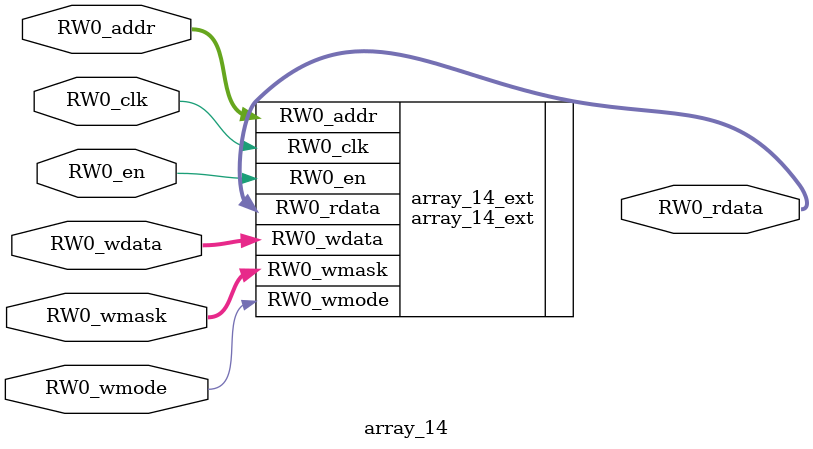
<source format=sv>
`ifndef RANDOMIZE
  `ifdef RANDOMIZE_MEM_INIT
    `define RANDOMIZE
  `endif // RANDOMIZE_MEM_INIT
`endif // not def RANDOMIZE
`ifndef RANDOMIZE
  `ifdef RANDOMIZE_REG_INIT
    `define RANDOMIZE
  `endif // RANDOMIZE_REG_INIT
`endif // not def RANDOMIZE

`ifndef RANDOM
  `define RANDOM $random
`endif // not def RANDOM

// Users can define INIT_RANDOM as general code that gets injected into the
// initializer block for modules with registers.
`ifndef INIT_RANDOM
  `define INIT_RANDOM
`endif // not def INIT_RANDOM

// If using random initialization, you can also define RANDOMIZE_DELAY to
// customize the delay used, otherwise 0.002 is used.
`ifndef RANDOMIZE_DELAY
  `define RANDOMIZE_DELAY 0.002
`endif // not def RANDOMIZE_DELAY

// Define INIT_RANDOM_PROLOG_ for use in our modules below.
`ifndef INIT_RANDOM_PROLOG_
  `ifdef RANDOMIZE
    `ifdef VERILATOR
      `define INIT_RANDOM_PROLOG_ `INIT_RANDOM
    `else  // VERILATOR
      `define INIT_RANDOM_PROLOG_ `INIT_RANDOM #`RANDOMIZE_DELAY begin end
    `endif // VERILATOR
  `else  // RANDOMIZE
    `define INIT_RANDOM_PROLOG_
  `endif // RANDOMIZE
`endif // not def INIT_RANDOM_PROLOG_

// Include register initializers in init blocks unless synthesis is set
`ifndef SYNTHESIS
  `ifndef ENABLE_INITIAL_REG_
    `define ENABLE_INITIAL_REG_
  `endif // not def ENABLE_INITIAL_REG_
`endif // not def SYNTHESIS

// Include rmemory initializers in init blocks unless synthesis is set
`ifndef SYNTHESIS
  `ifndef ENABLE_INITIAL_MEM_
    `define ENABLE_INITIAL_MEM_
  `endif // not def ENABLE_INITIAL_MEM_
`endif // not def SYNTHESIS

module array_14(
  input  [8:0]  RW0_addr,
  input         RW0_en,
  input         RW0_clk,
  input         RW0_wmode,
  input  [79:0] RW0_wdata,
  output [79:0] RW0_rdata,
  input  [7:0]  RW0_wmask
);

  array_14_ext array_14_ext (
    .RW0_addr  (RW0_addr),
    .RW0_en    (RW0_en),
    .RW0_clk   (RW0_clk),
    .RW0_wmode (RW0_wmode),
    .RW0_wdata (RW0_wdata),
    .RW0_rdata (RW0_rdata),
    .RW0_wmask (RW0_wmask)
  );
endmodule


</source>
